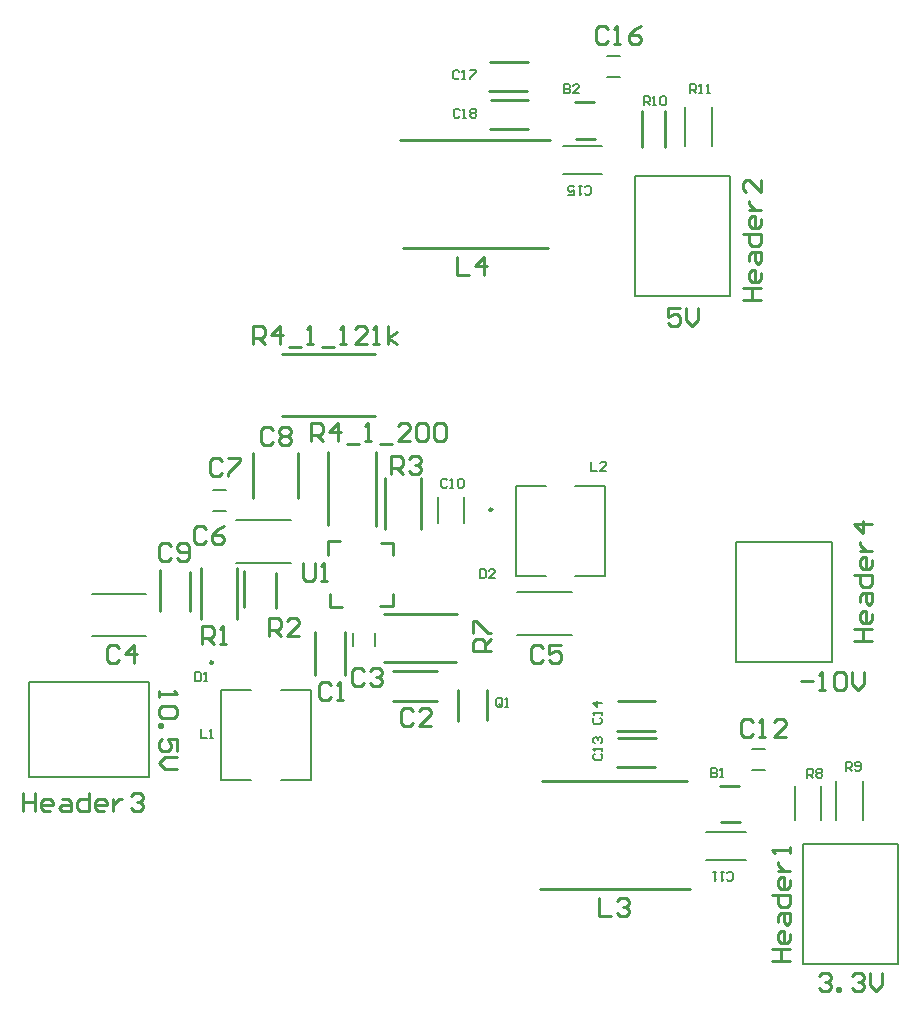
<source format=gto>
G04*
G04 #@! TF.GenerationSoftware,Altium Limited,Altium Designer,22.10.1 (41)*
G04*
G04 Layer_Color=65535*
%FSLAX24Y24*%
%MOIN*%
G70*
G04*
G04 #@! TF.SameCoordinates,F22EFE63-58D3-4984-8651-CE55CF2E9756*
G04*
G04*
G04 #@! TF.FilePolarity,Positive*
G04*
G01*
G75*
%ADD10C,0.0039*%
%ADD11C,0.0098*%
%ADD12C,0.0100*%
%ADD13C,0.0079*%
%ADD14C,0.0070*%
D10*
X32238Y26866D02*
G03*
X32238Y26866I141J-71D01*
G01*
D11*
X38258Y29915D02*
G03*
X38258Y29915I-49J0D01*
G01*
X28939Y24813D02*
G03*
X28939Y24813I-49J0D01*
G01*
D12*
X34938Y28416D02*
Y28816D01*
X34538D02*
X34938D01*
Y26716D02*
Y27119D01*
X34525Y26716D02*
X34938D01*
X32788Y28419D02*
Y28866D01*
X33185D01*
X32838Y26666D02*
X33241D01*
X32838D02*
Y27119D01*
X35168Y42222D02*
X40168D01*
X35268Y38622D02*
X40118D01*
X39852Y17286D02*
X44852D01*
X39902Y20886D02*
X44752D01*
X34957Y24526D02*
X36404D01*
X34957Y23526D02*
X36414D01*
X32354Y24393D02*
Y25850D01*
X33354Y24403D02*
Y25850D01*
X34636Y24833D02*
X37037D01*
X34636Y26447D02*
X37077D01*
X31043Y26634D02*
Y27815D01*
X29980Y26673D02*
Y27854D01*
X34676Y29278D02*
Y30978D01*
X35876Y29278D02*
Y30978D01*
X31240Y35118D02*
X34350D01*
X31240Y33031D02*
X34350D01*
X32766Y29419D02*
Y31821D01*
X34380Y29380D02*
Y31821D01*
X31774Y30305D02*
Y31805D01*
X30274Y30305D02*
Y31805D01*
X27188Y26548D02*
Y27898D01*
X28188Y26548D02*
Y27848D01*
X28544Y26257D02*
Y27957D01*
X29744Y26257D02*
Y27957D01*
X42441Y22313D02*
X43701D01*
X42421Y21339D02*
X43681D01*
X42431Y23524D02*
X43691D01*
X42411Y22549D02*
X43671D01*
X45889Y19488D02*
X46519D01*
X45859Y20697D02*
X46489D01*
X41017Y43492D02*
X41646D01*
X41046Y42283D02*
X41676D01*
X44006Y42018D02*
Y43199D01*
X43238Y42018D02*
Y43199D01*
X38159Y43868D02*
X39419D01*
X38179Y44843D02*
X39439D01*
X38179Y42589D02*
X39439D01*
X38199Y43563D02*
X39459D01*
X37126Y22864D02*
Y23888D01*
X38071Y22904D02*
Y23888D01*
X49150Y14360D02*
X49250Y14460D01*
X49450D01*
X49550Y14360D01*
Y14260D01*
X49450Y14160D01*
X49350D01*
X49450D01*
X49550Y14060D01*
Y13960D01*
X49450Y13860D01*
X49250D01*
X49150Y13960D01*
X49750Y13860D02*
Y13960D01*
X49850D01*
Y13860D01*
X49750D01*
X50250Y14360D02*
X50350Y14460D01*
X50550D01*
X50650Y14360D01*
Y14260D01*
X50550Y14160D01*
X50450D01*
X50550D01*
X50650Y14060D01*
Y13960D01*
X50550Y13860D01*
X50350D01*
X50250Y13960D01*
X50849Y14460D02*
Y14060D01*
X51049Y13860D01*
X51249Y14060D01*
Y14460D01*
X27140Y23880D02*
Y23680D01*
Y23780D01*
X27740D01*
X27640Y23880D01*
Y23380D02*
X27740Y23280D01*
Y23080D01*
X27640Y22980D01*
X27240D01*
X27140Y23080D01*
Y23280D01*
X27240Y23380D01*
X27640D01*
X27140Y22780D02*
X27240D01*
Y22680D01*
X27140D01*
Y22780D01*
X27740Y21881D02*
Y22281D01*
X27440D01*
X27540Y22081D01*
Y21981D01*
X27440Y21881D01*
X27240D01*
X27140Y21981D01*
Y22181D01*
X27240Y22281D01*
X27740Y21681D02*
X27340D01*
X27140Y21481D01*
X27340Y21281D01*
X27740D01*
X48560Y24210D02*
X48960D01*
X49160Y23910D02*
X49360D01*
X49260D01*
Y24510D01*
X49160Y24410D01*
X49660D02*
X49760Y24510D01*
X49960D01*
X50060Y24410D01*
Y24010D01*
X49960Y23910D01*
X49760D01*
X49660Y24010D01*
Y24410D01*
X50259Y24510D02*
Y24110D01*
X50459Y23910D01*
X50659Y24110D01*
Y24510D01*
X44500Y36620D02*
X44100D01*
Y36320D01*
X44300Y36420D01*
X44400D01*
X44500Y36320D01*
Y36120D01*
X44400Y36020D01*
X44200D01*
X44100Y36120D01*
X44700Y36620D02*
Y36220D01*
X44900Y36020D01*
X45100Y36220D01*
Y36620D01*
X31940Y28120D02*
Y27620D01*
X32040Y27520D01*
X32240D01*
X32340Y27620D01*
Y28120D01*
X32540Y27520D02*
X32740D01*
X32640D01*
Y28120D01*
X32540Y28020D01*
X50320Y25530D02*
X50920D01*
X50620D01*
Y25930D01*
X50320D01*
X50920D01*
Y26430D02*
Y26230D01*
X50820Y26130D01*
X50620D01*
X50520Y26230D01*
Y26430D01*
X50620Y26530D01*
X50720D01*
Y26130D01*
X50520Y26830D02*
Y27030D01*
X50620Y27130D01*
X50920D01*
Y26830D01*
X50820Y26730D01*
X50720Y26830D01*
Y27130D01*
X50320Y27729D02*
X50920D01*
Y27430D01*
X50820Y27330D01*
X50620D01*
X50520Y27430D01*
Y27729D01*
X50920Y28229D02*
Y28029D01*
X50820Y27929D01*
X50620D01*
X50520Y28029D01*
Y28229D01*
X50620Y28329D01*
X50720D01*
Y27929D01*
X50520Y28529D02*
X50920D01*
X50720D01*
X50620Y28629D01*
X50520Y28729D01*
Y28829D01*
X50920Y29429D02*
X50320D01*
X50620Y29129D01*
Y29529D01*
X46610Y36908D02*
X47209D01*
X46909D01*
Y37308D01*
X46610D01*
X47209D01*
Y37808D02*
Y37608D01*
X47109Y37508D01*
X46909D01*
X46809Y37608D01*
Y37808D01*
X46909Y37908D01*
X47009D01*
Y37508D01*
X46809Y38208D02*
Y38408D01*
X46909Y38508D01*
X47209D01*
Y38208D01*
X47109Y38108D01*
X47009Y38208D01*
Y38508D01*
X46610Y39107D02*
X47209D01*
Y38808D01*
X47109Y38708D01*
X46909D01*
X46809Y38808D01*
Y39107D01*
X47209Y39607D02*
Y39407D01*
X47109Y39307D01*
X46909D01*
X46809Y39407D01*
Y39607D01*
X46909Y39707D01*
X47009D01*
Y39307D01*
X46809Y39907D02*
X47209D01*
X47009D01*
X46909Y40007D01*
X46809Y40107D01*
Y40207D01*
X47209Y40907D02*
Y40507D01*
X46809Y40907D01*
X46710D01*
X46610Y40807D01*
Y40607D01*
X46710Y40507D01*
X22627Y20457D02*
Y19858D01*
Y20157D01*
X23026D01*
Y20457D01*
Y19858D01*
X23526D02*
X23326D01*
X23226Y19958D01*
Y20157D01*
X23326Y20257D01*
X23526D01*
X23626Y20157D01*
Y20058D01*
X23226D01*
X23926Y20257D02*
X24126D01*
X24226Y20157D01*
Y19858D01*
X23926D01*
X23826Y19958D01*
X23926Y20058D01*
X24226D01*
X24826Y20457D02*
Y19858D01*
X24526D01*
X24426Y19958D01*
Y20157D01*
X24526Y20257D01*
X24826D01*
X25326Y19858D02*
X25126D01*
X25026Y19958D01*
Y20157D01*
X25126Y20257D01*
X25326D01*
X25426Y20157D01*
Y20058D01*
X25026D01*
X25626Y20257D02*
Y19858D01*
Y20058D01*
X25726Y20157D01*
X25826Y20257D01*
X25926D01*
X26225Y20357D02*
X26325Y20457D01*
X26525D01*
X26625Y20357D01*
Y20257D01*
X26525Y20157D01*
X26425D01*
X26525D01*
X26625Y20058D01*
Y19958D01*
X26525Y19858D01*
X26325D01*
X26225Y19958D01*
X47574Y14886D02*
X48174D01*
X47874D01*
Y15286D01*
X47574D01*
X48174D01*
Y15786D02*
Y15586D01*
X48074Y15486D01*
X47874D01*
X47774Y15586D01*
Y15786D01*
X47874Y15886D01*
X47974D01*
Y15486D01*
X47774Y16186D02*
Y16386D01*
X47874Y16486D01*
X48174D01*
Y16186D01*
X48074Y16086D01*
X47974Y16186D01*
Y16486D01*
X47574Y17085D02*
X48174D01*
Y16785D01*
X48074Y16685D01*
X47874D01*
X47774Y16785D01*
Y17085D01*
X48174Y17585D02*
Y17385D01*
X48074Y17285D01*
X47874D01*
X47774Y17385D01*
Y17585D01*
X47874Y17685D01*
X47974D01*
Y17285D01*
X47774Y17885D02*
X48174D01*
X47974D01*
X47874Y17985D01*
X47774Y18085D01*
Y18185D01*
X48174Y18485D02*
Y18685D01*
Y18585D01*
X47574D01*
X47674Y18485D01*
X37069Y38341D02*
Y37741D01*
X37469D01*
X37969D02*
Y38341D01*
X37669Y38041D01*
X38069D01*
X41803Y16953D02*
Y16354D01*
X42203D01*
X42403Y16853D02*
X42503Y16953D01*
X42703D01*
X42803Y16853D01*
Y16754D01*
X42703Y16654D01*
X42603D01*
X42703D01*
X42803Y16554D01*
Y16454D01*
X42703Y16354D01*
X42503D01*
X42403Y16454D01*
X42107Y45942D02*
X42007Y46042D01*
X41807D01*
X41707Y45942D01*
Y45542D01*
X41807Y45442D01*
X42007D01*
X42107Y45542D01*
X42307Y45442D02*
X42507D01*
X42407D01*
Y46042D01*
X42307Y45942D01*
X43207Y46042D02*
X43007Y45942D01*
X42807Y45742D01*
Y45542D01*
X42907Y45442D01*
X43107D01*
X43207Y45542D01*
Y45642D01*
X43107Y45742D01*
X42807D01*
X46934Y22828D02*
X46834Y22928D01*
X46634D01*
X46534Y22828D01*
Y22428D01*
X46634Y22328D01*
X46834D01*
X46934Y22428D01*
X47134Y22328D02*
X47333D01*
X47233D01*
Y22928D01*
X47134Y22828D01*
X48033Y22328D02*
X47633D01*
X48033Y22728D01*
Y22828D01*
X47933Y22928D01*
X47733D01*
X47633Y22828D01*
X33985Y24550D02*
X33885Y24650D01*
X33685D01*
X33585Y24550D01*
Y24150D01*
X33685Y24050D01*
X33885D01*
X33985Y24150D01*
X34185Y24550D02*
X34285Y24650D01*
X34485D01*
X34584Y24550D01*
Y24450D01*
X34485Y24350D01*
X34385D01*
X34485D01*
X34584Y24250D01*
Y24150D01*
X34485Y24050D01*
X34285D01*
X34185Y24150D01*
X35609Y23202D02*
X35509Y23302D01*
X35309D01*
X35209Y23202D01*
Y22802D01*
X35309Y22702D01*
X35509D01*
X35609Y22802D01*
X36209Y22702D02*
X35809D01*
X36209Y23102D01*
Y23202D01*
X36109Y23302D01*
X35909D01*
X35809Y23202D01*
X32884Y24078D02*
X32784Y24178D01*
X32584D01*
X32484Y24078D01*
Y23678D01*
X32584Y23578D01*
X32784D01*
X32884Y23678D01*
X33084Y23578D02*
X33284D01*
X33184D01*
Y24178D01*
X33084Y24078D01*
X38203Y25199D02*
X37604D01*
Y25499D01*
X37704Y25599D01*
X37904D01*
X38004Y25499D01*
Y25199D01*
Y25399D02*
X38203Y25599D01*
X37604Y25799D02*
Y26199D01*
X37704D01*
X38103Y25799D01*
X38203D01*
X30820Y25710D02*
Y26310D01*
X31120D01*
X31220Y26210D01*
Y26010D01*
X31120Y25910D01*
X30820D01*
X31020D02*
X31220Y25710D01*
X31820D02*
X31420D01*
X31820Y26110D01*
Y26210D01*
X31720Y26310D01*
X31520D01*
X31420Y26210D01*
X39939Y25318D02*
X39839Y25418D01*
X39639D01*
X39540Y25318D01*
Y24918D01*
X39639Y24818D01*
X39839D01*
X39939Y24918D01*
X40539Y25418D02*
X40139D01*
Y25118D01*
X40339Y25218D01*
X40439D01*
X40539Y25118D01*
Y24918D01*
X40439Y24818D01*
X40239D01*
X40139Y24918D01*
X34884Y31117D02*
Y31717D01*
X35184D01*
X35284Y31617D01*
Y31417D01*
X35184Y31317D01*
X34884D01*
X35084D02*
X35284Y31117D01*
X35484Y31617D02*
X35584Y31717D01*
X35784D01*
X35884Y31617D01*
Y31517D01*
X35784Y31417D01*
X35684D01*
X35784D01*
X35884Y31317D01*
Y31217D01*
X35784Y31117D01*
X35584D01*
X35484Y31217D01*
X30281Y35440D02*
Y36040D01*
X30581D01*
X30681Y35940D01*
Y35740D01*
X30581Y35640D01*
X30281D01*
X30481D02*
X30681Y35440D01*
X31180D02*
Y36040D01*
X30881Y35740D01*
X31280D01*
X31480Y35340D02*
X31880D01*
X32080Y35440D02*
X32280D01*
X32180D01*
Y36040D01*
X32080Y35940D01*
X32580Y35340D02*
X32980D01*
X33180Y35440D02*
X33380D01*
X33280D01*
Y36040D01*
X33180Y35940D01*
X34080Y35440D02*
X33680D01*
X34080Y35840D01*
Y35940D01*
X33980Y36040D01*
X33780D01*
X33680Y35940D01*
X34279Y35440D02*
X34479D01*
X34379D01*
Y36040D01*
X34279Y35940D01*
X34779Y35440D02*
Y36040D01*
Y35640D02*
X35079Y35840D01*
X34779Y35640D02*
X35079Y35440D01*
X32201Y32200D02*
Y32800D01*
X32501D01*
X32601Y32700D01*
Y32500D01*
X32501Y32400D01*
X32201D01*
X32401D02*
X32601Y32200D01*
X33100D02*
Y32800D01*
X32801Y32500D01*
X33200D01*
X33400Y32100D02*
X33800D01*
X34000Y32200D02*
X34200D01*
X34100D01*
Y32800D01*
X34000Y32700D01*
X34500Y32100D02*
X34900D01*
X35500Y32200D02*
X35100D01*
X35500Y32600D01*
Y32700D01*
X35400Y32800D01*
X35200D01*
X35100Y32700D01*
X35700D02*
X35800Y32800D01*
X36000D01*
X36099Y32700D01*
Y32300D01*
X36000Y32200D01*
X35800D01*
X35700Y32300D01*
Y32700D01*
X36299D02*
X36399Y32800D01*
X36599D01*
X36699Y32700D01*
Y32300D01*
X36599Y32200D01*
X36399D01*
X36299Y32300D01*
Y32700D01*
X30953Y32562D02*
X30853Y32662D01*
X30653D01*
X30553Y32562D01*
Y32162D01*
X30653Y32062D01*
X30853D01*
X30953Y32162D01*
X31153Y32562D02*
X31253Y32662D01*
X31453D01*
X31553Y32562D01*
Y32462D01*
X31453Y32362D01*
X31553Y32262D01*
Y32162D01*
X31453Y32062D01*
X31253D01*
X31153Y32162D01*
Y32262D01*
X31253Y32362D01*
X31153Y32462D01*
Y32562D01*
X31253Y32362D02*
X31453D01*
X27558Y28714D02*
X27458Y28814D01*
X27258D01*
X27158Y28714D01*
Y28314D01*
X27258Y28214D01*
X27458D01*
X27558Y28314D01*
X27757D02*
X27857Y28214D01*
X28057D01*
X28157Y28314D01*
Y28714D01*
X28057Y28814D01*
X27857D01*
X27757Y28714D01*
Y28614D01*
X27857Y28514D01*
X28157D01*
X28709Y29275D02*
X28609Y29375D01*
X28409D01*
X28309Y29275D01*
Y28875D01*
X28409Y28775D01*
X28609D01*
X28709Y28875D01*
X29309Y29375D02*
X29109Y29275D01*
X28909Y29075D01*
Y28875D01*
X29009Y28775D01*
X29209D01*
X29309Y28875D01*
Y28975D01*
X29209Y29075D01*
X28909D01*
X29250Y31529D02*
X29150Y31629D01*
X28951D01*
X28851Y31529D01*
Y31129D01*
X28951Y31029D01*
X29150D01*
X29250Y31129D01*
X29450Y31629D02*
X29850D01*
Y31529D01*
X29450Y31129D01*
Y31029D01*
X28567Y25438D02*
Y26038D01*
X28867D01*
X28967Y25938D01*
Y25738D01*
X28867Y25638D01*
X28567D01*
X28767D02*
X28967Y25438D01*
X29166D02*
X29366D01*
X29266D01*
Y26038D01*
X29166Y25938D01*
X25825Y25298D02*
X25725Y25398D01*
X25525D01*
X25425Y25298D01*
Y24898D01*
X25525Y24799D01*
X25725D01*
X25825Y24898D01*
X26325Y24799D02*
Y25398D01*
X26025Y25098D01*
X26425D01*
D13*
X41024Y30709D02*
X42028D01*
X41024Y27717D02*
X42028D01*
X39035Y30709D02*
X40039D01*
X39035Y27717D02*
X40039D01*
X42028D02*
Y30709D01*
X39035Y27717D02*
Y30709D01*
X31211Y23898D02*
X32215D01*
X31211Y20906D02*
X32215D01*
X29222Y23898D02*
X30226D01*
X29222Y20906D02*
X30226D01*
X32215D02*
Y23898D01*
X29222Y20906D02*
Y23898D01*
X46378Y28841D02*
X49567D01*
X46378Y24841D02*
X49567D01*
Y28841D01*
X46378Y24841D02*
Y28841D01*
X43002Y37049D02*
Y41049D01*
X46191Y37049D02*
Y41049D01*
X43002Y37049D02*
X46191D01*
X43002Y41049D02*
X46191D01*
X22797Y24183D02*
X26797D01*
X22797Y20994D02*
X26797D01*
X22797D02*
Y24183D01*
X26797Y20994D02*
Y24183D01*
X48602Y14766D02*
Y18766D01*
X51791Y14766D02*
Y18766D01*
X48602Y14766D02*
X51791D01*
X48602Y18766D02*
X51791D01*
X42083Y44335D02*
X42516D01*
X42083Y45043D02*
X42516D01*
X46909Y21220D02*
X47343D01*
X46909Y21929D02*
X47343D01*
X34331Y25384D02*
Y25817D01*
X33622Y25384D02*
Y25817D01*
X39094Y27157D02*
X40906D01*
X39094Y25737D02*
X40906D01*
X29724Y29568D02*
X31536D01*
X29724Y28148D02*
X31536D01*
X28947Y29872D02*
X29380D01*
X28947Y30581D02*
X29380D01*
X24911Y25688D02*
X26723D01*
X24911Y27108D02*
X26723D01*
X45392Y19166D02*
X46696D01*
X45392Y18236D02*
X46696D01*
X50613Y19556D02*
Y20858D01*
X49722Y19556D02*
Y20858D01*
X48354Y19566D02*
Y20710D01*
X49205Y19566D02*
Y20710D01*
X45583Y42036D02*
Y43338D01*
X44692Y42036D02*
Y43338D01*
X40608Y41090D02*
X41912D01*
X40608Y42020D02*
X41912D01*
X37303Y29469D02*
Y30335D01*
X36457Y29469D02*
Y30335D01*
D14*
X40660Y44090D02*
Y43790D01*
X40809D01*
X40859Y43840D01*
Y43890D01*
X40809Y43940D01*
X40660D01*
X40809D01*
X40859Y43990D01*
Y44040D01*
X40809Y44090D01*
X40660D01*
X41159Y43790D02*
X40959D01*
X41159Y43990D01*
Y44040D01*
X41109Y44090D01*
X41009D01*
X40959Y44040D01*
X45552Y21294D02*
Y20995D01*
X45702D01*
X45752Y21045D01*
Y21095D01*
X45702Y21144D01*
X45552D01*
X45702D01*
X45752Y21194D01*
Y21244D01*
X45702Y21294D01*
X45552D01*
X45852Y20995D02*
X45952D01*
X45902D01*
Y21294D01*
X45852Y21244D01*
X48756Y20972D02*
Y21272D01*
X48906D01*
X48956Y21222D01*
Y21122D01*
X48906Y21072D01*
X48756D01*
X48856D02*
X48956Y20972D01*
X49056Y21222D02*
X49106Y21272D01*
X49206D01*
X49256Y21222D01*
Y21172D01*
X49206Y21122D01*
X49256Y21072D01*
Y21022D01*
X49206Y20972D01*
X49106D01*
X49056Y21022D01*
Y21072D01*
X49106Y21122D01*
X49056Y21172D01*
Y21222D01*
X49106Y21122D02*
X49206D01*
X50045Y21208D02*
Y21508D01*
X50195D01*
X50245Y21458D01*
Y21358D01*
X50195Y21308D01*
X50045D01*
X50145D02*
X50245Y21208D01*
X50345Y21258D02*
X50395Y21208D01*
X50495D01*
X50545Y21258D01*
Y21458D01*
X50495Y21508D01*
X50395D01*
X50345Y21458D01*
Y21408D01*
X50395Y21358D01*
X50545D01*
X46069Y17601D02*
X46119Y17551D01*
X46219D01*
X46269Y17601D01*
Y17801D01*
X46219Y17851D01*
X46119D01*
X46069Y17801D01*
X45969Y17851D02*
X45869D01*
X45919D01*
Y17551D01*
X45969Y17601D01*
X45719Y17851D02*
X45619D01*
X45669D01*
Y17551D01*
X45719Y17601D01*
X41667Y21772D02*
X41617Y21722D01*
Y21622D01*
X41667Y21572D01*
X41867D01*
X41917Y21622D01*
Y21722D01*
X41867Y21772D01*
X41917Y21872D02*
Y21972D01*
Y21922D01*
X41617D01*
X41667Y21872D01*
Y22122D02*
X41617Y22172D01*
Y22272D01*
X41667Y22322D01*
X41717D01*
X41767Y22272D01*
Y22222D01*
Y22272D01*
X41817Y22322D01*
X41867D01*
X41917Y22272D01*
Y22172D01*
X41867Y22122D01*
X41658Y22983D02*
X41608Y22933D01*
Y22833D01*
X41658Y22783D01*
X41857D01*
X41907Y22833D01*
Y22933D01*
X41857Y22983D01*
X41907Y23083D02*
Y23182D01*
Y23132D01*
X41608D01*
X41658Y23083D01*
X41907Y23482D02*
X41608D01*
X41757Y23332D01*
Y23532D01*
X43307Y43395D02*
Y43695D01*
X43457D01*
X43507Y43645D01*
Y43545D01*
X43457Y43495D01*
X43307D01*
X43407D02*
X43507Y43395D01*
X43607D02*
X43707D01*
X43657D01*
Y43695D01*
X43607Y43645D01*
X43857D02*
X43907Y43695D01*
X44007D01*
X44057Y43645D01*
Y43445D01*
X44007Y43395D01*
X43907D01*
X43857Y43445D01*
Y43645D01*
X44852Y43797D02*
Y44097D01*
X45002D01*
X45052Y44047D01*
Y43947D01*
X45002Y43897D01*
X44852D01*
X44952D02*
X45052Y43797D01*
X45152D02*
X45252D01*
X45202D01*
Y44097D01*
X45152Y44047D01*
X45402Y43797D02*
X45502D01*
X45452D01*
Y44097D01*
X45402Y44047D01*
X37156Y44510D02*
X37106Y44560D01*
X37006D01*
X36956Y44510D01*
Y44310D01*
X37006Y44260D01*
X37106D01*
X37156Y44310D01*
X37256Y44260D02*
X37356D01*
X37306D01*
Y44560D01*
X37256Y44510D01*
X37506Y44560D02*
X37706D01*
Y44510D01*
X37506Y44310D01*
Y44260D01*
X37175Y43231D02*
X37125Y43281D01*
X37025D01*
X36976Y43231D01*
Y43031D01*
X37025Y42981D01*
X37125D01*
X37175Y43031D01*
X37275Y42981D02*
X37375D01*
X37325D01*
Y43281D01*
X37275Y43231D01*
X37525D02*
X37575Y43281D01*
X37675D01*
X37725Y43231D01*
Y43181D01*
X37675Y43131D01*
X37725Y43081D01*
Y43031D01*
X37675Y42981D01*
X37575D01*
X37525Y43031D01*
Y43081D01*
X37575Y43131D01*
X37525Y43181D01*
Y43231D01*
X37575Y43131D02*
X37675D01*
X41335Y40455D02*
X41385Y40405D01*
X41485D01*
X41535Y40455D01*
Y40655D01*
X41485Y40705D01*
X41385D01*
X41335Y40655D01*
X41235Y40705D02*
X41135D01*
X41185D01*
Y40405D01*
X41235Y40455D01*
X40785Y40405D02*
X40985D01*
Y40555D01*
X40885Y40505D01*
X40835D01*
X40785Y40555D01*
Y40655D01*
X40835Y40705D01*
X40935D01*
X40985Y40655D01*
X36754Y30897D02*
X36704Y30947D01*
X36604D01*
X36554Y30897D01*
Y30697D01*
X36604Y30647D01*
X36704D01*
X36754Y30697D01*
X36854Y30647D02*
X36954D01*
X36904D01*
Y30947D01*
X36854Y30897D01*
X37104D02*
X37154Y30947D01*
X37254D01*
X37304Y30897D01*
Y30697D01*
X37254Y30647D01*
X37154D01*
X37104Y30697D01*
Y30897D01*
X37841Y27926D02*
Y27626D01*
X37991D01*
X38041Y27676D01*
Y27876D01*
X37991Y27926D01*
X37841D01*
X38340Y27626D02*
X38141D01*
X38340Y27826D01*
Y27876D01*
X38290Y27926D01*
X38191D01*
X38141Y27876D01*
X28353Y24500D02*
Y24200D01*
X28503D01*
X28553Y24250D01*
Y24450D01*
X28503Y24500D01*
X28353D01*
X28653Y24200D02*
X28753D01*
X28703D01*
Y24500D01*
X28653Y24450D01*
X28530Y22600D02*
Y22300D01*
X28730D01*
X28830D02*
X28930D01*
X28880D01*
Y22600D01*
X28830Y22550D01*
X41551Y31508D02*
Y31208D01*
X41751D01*
X42051D02*
X41851D01*
X42051Y31408D01*
Y31458D01*
X42001Y31508D01*
X41901D01*
X41851Y31458D01*
X38593Y23391D02*
Y23591D01*
X38543Y23641D01*
X38443D01*
X38393Y23591D01*
Y23391D01*
X38443Y23341D01*
X38543D01*
X38493Y23441D02*
X38593Y23341D01*
X38543D02*
X38593Y23391D01*
X38692Y23341D02*
X38792D01*
X38742D01*
Y23641D01*
X38692Y23591D01*
M02*

</source>
